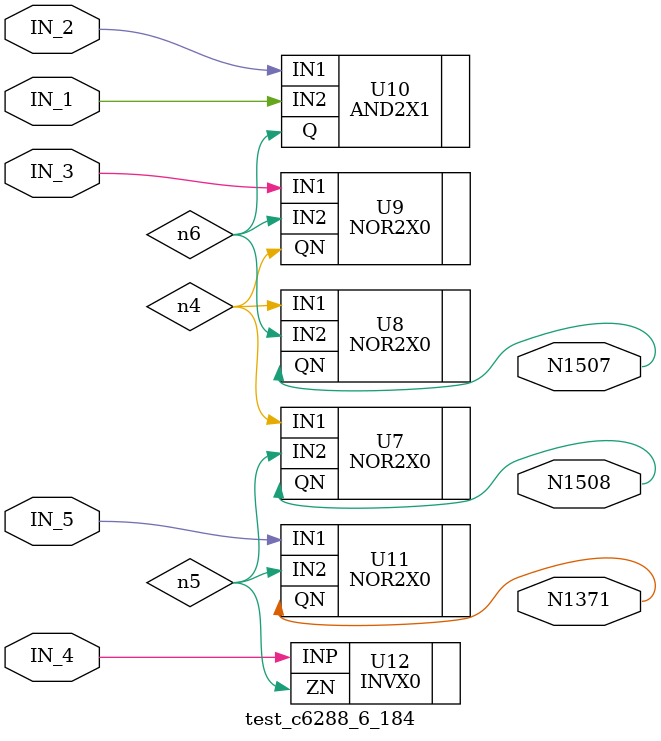
<source format=v>


module test_c6288_6_184 ( IN_1, IN_2, IN_3, IN_4, IN_5, N1507, N1371, N1508 );
  input IN_1, IN_2, IN_3, IN_4, IN_5;
  output N1507, N1371, N1508;
  wire   n4, n5, n6;

  NOR2X0 U7 ( .IN1(n4), .IN2(n5), .QN(N1508) );
  NOR2X0 U8 ( .IN1(n4), .IN2(n6), .QN(N1507) );
  NOR2X0 U9 ( .IN1(IN_3), .IN2(n6), .QN(n4) );
  AND2X1 U10 ( .IN1(IN_2), .IN2(IN_1), .Q(n6) );
  NOR2X0 U11 ( .IN1(IN_5), .IN2(n5), .QN(N1371) );
  INVX0 U12 ( .INP(IN_4), .ZN(n5) );
endmodule


</source>
